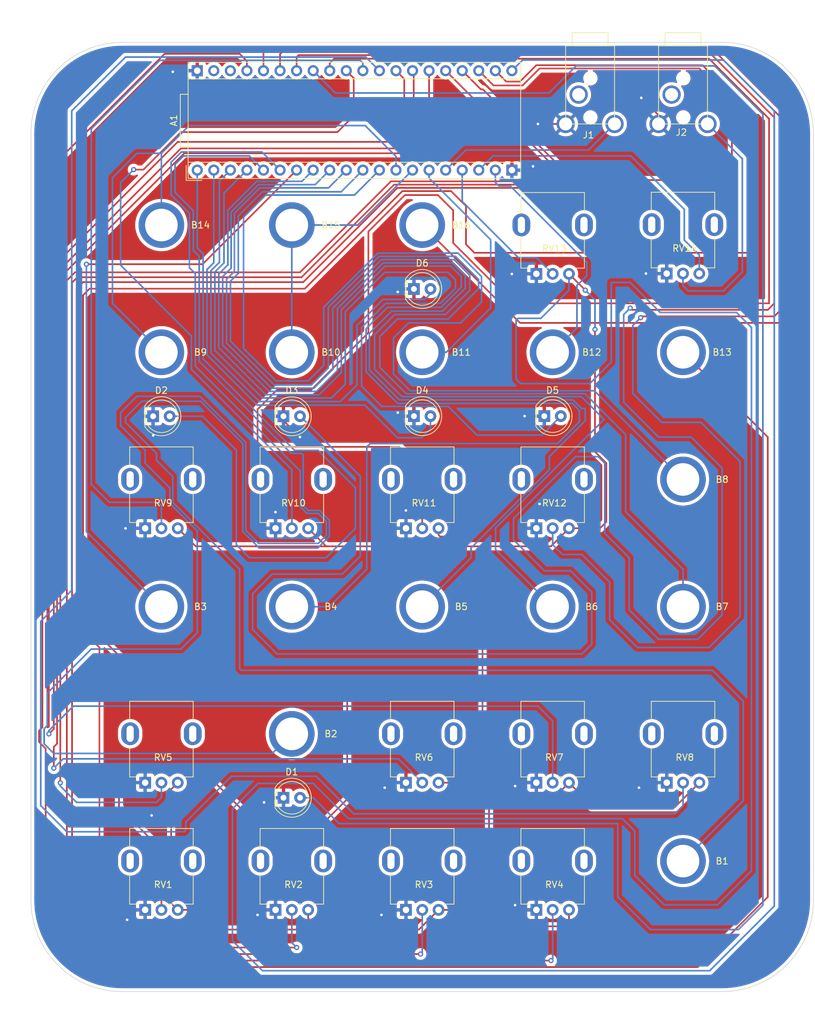
<source format=kicad_pcb>
(kicad_pcb (version 20211014) (generator pcbnew)
  (layers (0 "F.Cu" signal) (31 "B.Cu" signal) (34 "B.Paste" user) (35 "F.Paste" user) (36 "B.SilkS" user "B.Silkscreen") (37 "F.SilkS" user "F.Silkscreen") (38 "B.Mask" user) (39 "F.Mask" user) (44 "Edge.Cuts" user))
  (net 0 "")
  (net 3 "+3V3")
  (net 6 "Net-(RV14-Pad2)")
  (net 7 "GND")
  (net 8 "Net-(A1-Pad16)")
  (net 9 "Net-(A1-Pad18)")
  (net 10 "Net-(A1-Pad1)")
  (net 11 "Net-(A1-Pad2)")
  (net 12 "Net-(A1-Pad3)")
  (net 13 "Net-(A1-Pad4)")
  (net 14 "Net-(A1-Pad5)")
  (net 15 "Net-(A1-Pad6)")
  (net 16 "Net-(A1-Pad7)")
  (net 17 "Net-(A1-Pad15)")
  (net 18 "Net-(A1-Pad8)")
  (net 19 "Net-(A1-Pad22)")
  (net 20 "Net-(A1-Pad23)")
  (net 21 "Net-(A1-Pad24)")
  (net 22 "Net-(A1-Pad25)")
  (net 23 "Net-(A1-Pad26)")
  (net 24 "Net-(A1-Pad27)")
  (net 25 "Net-(A1-Pad28)")
  (net 26 "Net-(A1-Pad29)")
  (net 27 "Net-(A1-Pad9)")
  (net 28 "Net-(A1-Pad10)")
  (net 29 "Net-(A1-Pad11)")
  (net 30 "Net-(A1-Pad12)")
  (net 31 "Net-(A1-Pad34)")
  (net 32 "Net-(A1-Pad13)")
  (net 33 "Net-(A1-Pad14)")
  (net 34 "Net-(A1-Pad17)")
  (net 35 "Net-(A1-Pad19)")
  (net 36 "Net-(A1-Pad30)")
  (net 37 "Net-(A1-Pad31)")
  (net 38 "Net-(A1-Pad32)")
  (net 39 "Net-(A1-Pad33)")
  (net 40 "Net-(A1-Pad35)")
  (net 41 "Net-(A1-Pad36)")
  (net 42 "Net-(A1-Pad37)")
  (footprint "MyLibraryFootprints:MyPotType1Footprint" (layer "F.Cu") (at 123.99 67.9575 90)
    (fp_text reference "RV14")
    (fp_text value "R_Potentiometer")
  )
  (footprint "MyLibraryFootprints:MyPotType1Footprint" (layer "F.Cu") (at 104 68 90)
    (fp_text reference "RV13")
    (fp_text value "R_Potentiometer")
  )
  (footprint "MyLibraryFootprints:MyBananaJackFootprint" (layer "F.Cu") (at 64 68)
    (fp_text reference "B15")
    (fp_text value "MyBananaJack")
  )
  (footprint "LED_THT:LED_D5.0mm" (layer "F.Cu") (at 42.73 97.31)
    (fp_text reference "D2")
    (fp_text value "LED")
  )
  (footprint "MyLibraryFootprints:MyPotType1Footprint" (layer "F.Cu") (at 84 107 90)
    (fp_text reference "RV11")
    (fp_text value "R_Potentiometer")
  )
  (footprint "MyLibraryFootprints:MyBananaJackFootprint" (layer "F.Cu") (at 124 107)
    (fp_text reference "B8")
    (fp_text value "MyBananaJack")
  )
  (footprint "LED_THT:LED_D5.0mm" (layer "F.Cu") (at 82.735 77.8)
    (fp_text reference "D6")
    (fp_text value "LED")
  )
  (footprint "MyLibraryFootprints:MyBananaJackFootprint" (layer "F.Cu") (at 104 87.5)
    (fp_text reference "B12")
    (fp_text value "MyBananaJack")
  )
  (footprint "MyLibraryFootprints:MyPotType1Footprint" (layer "F.Cu") (at 104 165.5 90)
    (fp_text reference "RV4")
    (fp_text value "R_Potentiometer")
  )
  (footprint "LED_THT:LED_D5.0mm" (layer "F.Cu") (at 102.725 97.29)
    (fp_text reference "D5")
    (fp_text value "LED")
  )
  (footprint "MyLibraryFootprints:MyBananaJackFootprint" (layer "F.Cu") (at 64 146)
    (fp_text reference "B2")
    (fp_text value "MyBananaJack")
  )
  (footprint "Device_Audio_Electrosmith_Daisy_Seed:Device_Audio_Electrosmith_Daisy_Seed" (layer "F.Cu") (at 49.5 59.5775 90)
    (fp_text reference "A1")
    (fp_text value "Device_Audio_Electrosmith_Daisy_Seed_Rev4")
  )
  (footprint "MyLibraryFootprints:MyBananaJackFootprint" (layer "F.Cu") (at 104 126.5)
    (fp_text reference "B6")
    (fp_text value "MyBananaJack")
  )
  (footprint "MyLibraryFootprints:MyBananaJackFootprint" (layer "F.Cu") (at 124 126.5)
    (fp_text reference "B7")
    (fp_text value "MyBananaJack")
  )
  (footprint "MyLibraryFootprints:MyPotType1Footprint" (layer "F.Cu") (at 84 146 90)
    (fp_text reference "RV6")
    (fp_text value "R_Potentiometer")
  )
  (footprint "MyLibraryFootprints:MyPotType1Footprint" (layer "F.Cu") (at 44 146 90)
    (fp_text reference "RV5")
    (fp_text value "R_Potentiometer")
  )
  (footprint "MyLibraryFootprints:MyBananaJackFootprint" (layer "F.Cu") (at 44 126.5)
    (fp_text reference "B3")
    (fp_text value "MyBananaJack")
  )
  (footprint "MyLibraryFootprints:MyPotType1Footprint" (layer "F.Cu") (at 104 146 90)
    (fp_text reference "RV7")
    (fp_text value "R_Potentiometer")
  )
  (footprint "MyLibraryFootprints:MyBananaJackFootprint" (layer "F.Cu") (at 64 87.5)
    (fp_text reference "B10")
    (fp_text value "MyBananaJack")
  )
  (footprint "MyLibraryFootprints:MyPotType1Footprint" (layer "F.Cu") (at 44 165.5 90)
    (fp_text reference "RV1")
    (fp_text value "R_Potentiometer")
  )
  (footprint "MyLibraryFootprints:audioJackFootprint" (layer "F.Cu") (at 109.5 47.5)
    (fp_text reference "J1")
    (fp_text value "Audio In")
  )
  (footprint "LED_THT:LED_D5.0mm" (layer "F.Cu") (at 62.725 97.31)
    (fp_text reference "D3")
    (fp_text value "LED")
  )
  (footprint "LED_THT:LED_D5.0mm" (layer "F.Cu") (at 82.735 97.29)
    (fp_text reference "D4")
    (fp_text value "LED")
  )
  (footprint "MyLibraryFootprints:MyBananaJackFootprint" (layer "F.Cu") (at 84 126.5)
    (fp_text reference "B5")
    (fp_text value "MyBananaJack")
  )
  (footprint "MyLibraryFootprints:MyPotType1Footprint" (layer "F.Cu") (at 104 107 90)
    (fp_text reference "RV12")
    (fp_text value "R_Potentiometer")
  )
  (footprint "MyLibraryFootprints:MyPotType1Footprint" (layer "F.Cu") (at 124 146 90)
    (fp_text reference "RV8")
    (fp_text value "R_Potentiometer")
  )
  (footprint "MyLibraryFootprints:MyPotType1Footprint" (layer "F.Cu") (at 44 107 90)
    (fp_text reference "RV9")
    (fp_text value "R_Potentiometer")
  )
  (footprint "MyLibraryFootprints:MyBananaJackFootprint" (layer "F.Cu") (at 64 126.5)
    (fp_text reference "B4")
    (fp_text value "MyBananaJack")
  )
  (footprint "MyLibraryFootprints:MyBananaJackFootprint" (layer "F.Cu") (at 124 87.5)
    (fp_text reference "B13")
    (fp_text value "MyBananaJack")
  )
  (footprint "MyLibraryFootprints:audioJackFootprint" (layer "F.Cu") (at 123.75 47.5)
    (fp_text reference "J2")
    (fp_text value "Audio Out")
  )
  (footprint "MyLibraryFootprints:MyBananaJackFootprint" (layer "F.Cu") (at 44 68)
    (fp_text reference "B14")
    (fp_text value "MyBananaJack")
  )
  (footprint "MyLibraryFootprints:MyPotType1Footprint" (layer "F.Cu") (at 84 165.5 90)
    (fp_text reference "RV3")
    (fp_text value "R_Potentiometer")
  )
  (footprint "MyLibraryFootprints:MyBananaJackFootprint" (layer "F.Cu") (at 124 165.5)
    (fp_text reference "B1")
    (fp_text value "MyBananaJack")
  )
  (footprint "MyLibraryFootprints:MyBananaJackFootprint" (layer "F.Cu") (at 84 87.5)
    (fp_text reference "B11")
    (fp_text value "MyBananaJack")
  )
  (footprint "LED_THT:LED_D5.0mm" (layer "F.Cu") (at 64 155.79)
    (fp_text reference "D1")
    (fp_text value "LED")
  )
  (footprint "MyLibraryFootprints:MyPotType1Footprint" (layer "F.Cu") (at 64 165.5 90)
    (fp_text reference "RV2")
    (fp_text value "R_Potentiometer")
  )
  (footprint "MyLibraryFootprints:MyPotType1Footprint" (layer "F.Cu") (at 64 107 90)
    (fp_text reference "RV10")
    (fp_text value "R_Potentiometer")
  )
  (footprint "MyLibraryFootprints:MyBananaJackFootprint" (layer "F.Cu") (at 84 68)
    (fp_text reference "B16")
    (fp_text value "MyBananaJack")
  )
  (footprint "MyLibraryFootprints:MyBananaJackFootprint" (layer "F.Cu") (at 44 87.5)
    (fp_text reference "B9")
    (fp_text value "MyBananaJack")
  )
  (gr_line (start 144 166) (end 144 57) (layer "Edge.Cuts") (width 0.1))
  (gr_line (start 130 185.5) (end 38 185.5) (layer "Edge.Cuts") (width 0.1))
  (gr_arc (start 130 40) (mid 139.899495 44.100505) (end 144 54) (layer "Edge.Cuts") (width 0.1))
  (gr_line (start 144 171.5) (end 144 166) (layer "Edge.Cuts") (width 0.1))
  (gr_line (start 38 40) (end 130 40) (layer "Edge.Cuts") (width 0.1))
  (gr_line (start 144 57) (end 144 54) (layer "Edge.Cuts") (width 0.1))
  (gr_arc (start 24 54) (mid 28.100505 44.100505) (end 38 40) (layer "Edge.Cuts") (width 0.1))
  (gr_line (start 24 171.5) (end 24 54) (layer "Edge.Cuts") (width 0.1))
  (gr_arc (start 38 185.5) (mid 28.100505 181.399495) (end 24 171.5) (layer "Edge.Cuts") (width 0.1))
  (gr_arc (start 144 171.5) (mid 139.899495 181.399495) (end 130 185.5) (layer "Edge.Cuts") (width 0.1))
  (segment (start 49.28 117.25) (end 46.51 114.48) (width 0.25) (layer "F.Cu") (net 3))
  (segment (start 90.02 172.98) (end 86.51 172.98) (width 0.25) (layer "F.Cu") (net 3))
  (segment (start 89.5 117.25) (end 69.5 117.25) (width 0.25) (layer "F.Cu") (net 3))
  (segment (start 87.5 115.75) (end 86.75 115.75) (width 0.25) (layer "F.Cu") (net 3))
  (segment (start 93.25 149.25) (end 93.25 117.25) (width 0.25) (layer "F.Cu") (net 3))
  (segment (start 94.25 156.25) (end 94.25 166.25) (width 0.25) (layer "F.Cu") (net 3))
  (segment (start 110 156.97) (end 106.51 153.48) (width 0.25) (layer "F.Cu") (net 3))
  (segment (start 111.27 114.48) (end 106.51 114.48) (width 0.25) (layer "F.Cu") (net 3))
  (segment (start 68.25 176) (end 66.51 174.26) (width 0.25) (layer "F.Cu") (net 3))
  (segment (start 45.5 154.49) (end 46.51 153.48) (width 0.25) (layer "F.Cu") (net 3))
  (segment (start 106.51 174.99) (end 106 175.5) (width 0.25) (layer "F.Cu") (net 3))
  (segment (start 89.5 117.25) (end 89 117.25) (width 0.25) (layer "F.Cu") (net 3))
  (segment (start 66.51 174.26) (end 66.51 172.98) (width 0.25) (layer "F.Cu") (net 3))
  (segment (start 103.74 156.25) (end 106.51 153.48) (width 0.25) (layer "F.Cu") (net 3))
  (segment (start 103.75 117.25) (end 93.25 117.25) (width 0.25) (layer "F.Cu") (net 3))
  (segment (start 112.25 104.5) (end 112.25 113.5) (width 0.25) (layer "F.Cu") (net 3))
  (segment (start 110.5 84) (end 110.5 102.75) (width 0.25) (layer "F.Cu") (net 3))
  (segment (start 94.25 166.25) (end 94.25 168.75) (width 0.25) (layer "F.Cu") (net 3))
  (segment (start 68.75 176) (end 68.25 176) (width 0.25) (layer "F.Cu") (net 3))
  (segment (start 109.015 77.985) (end 106.51 75.48) (width 0.25) (layer "F.Cu") (net 3))
  (segment (start 52.5 176) (end 49.48 172.98) (width 0.25) (layer "F.Cu") (net 3))
  (segment (start 46.51 172.98) (end 45.5 171.97) (width 0.25) (layer "F.Cu") (net 3))
  (segment (start 86.51 172.98) (end 83.49 176) (width 0.25) (layer "F.Cu") (net 3))
  (segment (start 86.51 153.48) (end 89.02 153.48) (width 0.25) (layer "F.Cu") (net 3))
  (segment (start 91.79 156.25) (end 94.25 156.25) (width 0.25) (layer "F.Cu") (net 3))
  (segment (start 86.51 115.51) (end 86.51 114.48) (width 0.25) (layer "F.Cu") (net 3))
  (segment (start 69.28 117.25) (end 66.51 114.48) (width 0.25) (layer "F.Cu") (net 3))
  (segment (start 106 175.5) (end 96 175.5) (width 0.25) (layer "F.Cu") (net 3))
  (segment (start 49.48 172.98) (end 46.51 172.98) (width 0.25) (layer "F.Cu") (net 3))
  (segment (start 112.25 113.5) (end 111.27 114.48) (width 0.25) (layer "F.Cu") (net 3))
  (segment (start 103.75 117.24) (end 103.75 117.25) (width 0.25) (layer "F.Cu") (net 3))
  (segment (start 68.75 176) (end 52.5 176) (width 0.25) (layer "F.Cu") (net 3))
  (segment (start 86.75 115.75) (end 86.51 115.51) (width 0.25) (layer "F.Cu") (net 3))
  (segment (start 110.5 102.75) (end 112.25 104.5) (width 0.25) (layer "F.Cu") (net 3))
  (segment (start 94.25 173.75) (end 94.25 166.25) (width 0.25) (layer "F.Cu") (net 3))
  (segment (start 96 175.5) (end 94.25 173.75) (width 0.25) (layer "F.Cu") (net 3))
  (segment (start 89.02 153.48) (end 93.25 149.25) (width 0.25) (layer "F.Cu") (net 3))
  (segment (start 69.5 117.25) (end 49.28 117.25) (width 0.25) (layer "F.Cu") (net 3))
  (segment (start 106.51 114.48) (end 103.75 117.24) (width 0.25) (layer "F.Cu") (net 3))
  (segment (start 83.49 176) (end 68.75 176) (width 0.25) (layer "F.Cu") (net 3))
  (segment (start 110 157.25) (end 110 156.97) (width 0.25) (layer "F.Cu") (net 3))
  (segment (start 45.5 171.97) (end 45.5 154.49) (width 0.25) (layer "F.Cu") (net 3))
  (segment (start 106.51 172.98) (end 106.51 174.99) (width 0.25) (layer "F.Cu") (net 3))
  (segment (start 93.25 117.25) (end 89.5 117.25) (width 0.25) (layer "F.Cu") (net 3))
  (segment (start 126.51 153.48) (end 122.74 157.25) (width 0.25) (layer "F.Cu") (net 3))
  (segment (start 122.74 157.25) (end 110 157.25) (width 0.25) (layer "F.Cu") (net 3))
  (segment (start 94.25 156.25) (end 103.74 156.25) (width 0.25) (layer "F.Cu") (net 3))
  (segment (start 69.5 117.25) (end 69.28 117.25) (width 0.25) (layer "F.Cu") (net 3))
  (segment (start 89 117.25) (end 87.5 115.75) (width 0.25) (layer "F.Cu") (net 3))
  (segment (start 89.02 153.48) (end 91.79 156.25) (width 0.25) (layer "F.Cu") (net 3))
  (segment (start 94.25 168.75) (end 90.02 172.98) (width 0.25) (layer "F.Cu") (net 3))
  (via (at 110.5 84) (size 0.8) (drill 0.4) (layers "F.Cu" "B.Cu") (net 3))
  (via (at 109.015 77.985) (size 0.8) (drill 0.4) (layers "F.Cu" "B.Cu") (net 3))
  (segment (start 113 76.8) (end 115.9 76.8) (width 0.25) (layer "B.Cu") (net 3))
  (segment (start 134.5 83.7) (end 134.5 167) (width 0.25) (layer "B.Cu") (net 3))
  (segment (start 130.2 42.7) (end 99.3975 42.7) (width 0.25) (layer "B.Cu") (net 3))
  (segment (start 98.4 82.6) (end 98.4 91.6) (width 0.25) (layer "B.Cu") (net 3))
  (segment (start 132.2 81.4) (end 134.5 83.7) (width 0.25) (layer "B.Cu") (net 3))
  (segment (start 138 172.4) (end 138 50.5) (width 0.25) (layer "B.Cu") (net 3))
  (segment (start 106.51 75.48) (end 106.51 77.99) (width 0.25) (layer "B.Cu") (net 3))
  (segment (start 98.7 82.3) (end 98.4 82.6) (width 0.25) (layer "B.Cu") (net 3))
  (segment (start 54.9 177.7) (end 59.5 182.3) (width 0.25) (layer "B.Cu") (net 3))
  (segment (start 114.7 159) (end 72.7 159) (width 0.25) (layer "B.Cu") (net 3))
  (segment (start 109.015 77.985) (end 110.5 79.47) (width 0.25) (layer "B.Cu") (net 3))
  (segment (start 115.9 76.8) (end 120.5 81.4) (width 0.25) (layer "B.Cu") (net 3))
  (segment (start 128.1 182.3) (end 138 172.4) (width 0.25) (layer "B.Cu") (net 3))
  (segment (start 116.6 167.7) (end 116.6 160.9) (width 0.25) (layer "B.Cu") (net 3))
  (segment (start 129.3 172.2) (end 121.1 172.2) (width 0.25) (layer "B.Cu") (net 3))
  (segment (start 58.8 153.6) (end 54.9 157.5) (width 0.25) (layer "B.Cu") (net 3))
  (segment (start 102.2 82.3) (end 98.7 82.3) (width 0.25) (layer "B.Cu") (net 3))
  (segment (start 138 50.5) (end 130.2 42.7) (width 0.25) (layer "B.Cu") (net 3))
  (segment (start 54.9 157.5) (end 54.9 177.7) (width 0.25) (layer "B.Cu") (net 3))
  (segment (start 134.5 167) (end 129.3 172.2) (width 0.25) (layer "B.Cu") (net 3))
  (segment (start 113 89) (end 113 76.8) (width 0.25) (layer "B.Cu") (net 3))
  (segment (start 120.5 81.4) (end 132.2 81.4) (width 0.25) (layer "B.Cu") (net 3))
  (segment (start 99.1 92.3) (end 109.7 92.3) (width 0.25) (layer "B.Cu") (net 3))
  (segment (start 116.6 160.9) (end 114.7 159) (width 0.25) (layer "B.Cu") (net 3))
  (segment (start 110.5 79.47) (end 110.5 84) (width 0.25) (layer "B.Cu") (net 3))
  (segment (start 98.4 91.6) (end 99.1 92.3) (width 0.25) (layer "B.Cu") (net 3))
  (segment (start 99.3975 42.7) (end 97.76 44.3375) (width 0.25) (layer "B.Cu") (net 3))
  (segment (start 59.5 182.3) (end 128.1 182.3) (width 0.25) (layer "B.Cu") (net 3))
  (segment (start 106.51 77.99) (end 102.2 82.3) (width 0.25) (layer "B.Cu") (net 3))
  (segment (start 67.3 153.6) (end 58.8 153.6) (width 0.25) (layer "B.Cu") (net 3))
  (segment (start 72.7 159) (end 67.3 153.6) (width 0.25) (layer "B.Cu") (net 3))
  (segment (start 121.1 172.2) (end 116.6 167.7) (width 0.25) (layer "B.Cu") (net 3))
  (segment (start 109.7 92.3) (end 113 89) (width 0.25) (layer "B.Cu") (net 3))
  (segment (start 133.1 75.2) (end 133.1 57.85) (width 0.25) (layer "B.Cu") (net 6))
  (segment (start 124.8 78.1) (end 130.2 78.1) (width 0.25) (layer "B.Cu") (net 6))
  (segment (start 130.2 78.1) (end 133.1 75.2) (width 0.25) (layer "B.Cu") (net 6))
  (segment (start 124 75.4375) (end 124 77.3) (width 0.25) (layer "B.Cu") (net 6))
  (segment (start 124 77.3) (end 124.8 78.1) (width 0.25) (layer "B.Cu") (net 6))
  (segment (start 133.1 57.85) (end 127.75 52.5) (width 0.25) (layer "B.Cu") (net 6))
  (segment (start 62.725 97.975) (end 65.25 100.5) (width 0.25) (layer "F.Cu") (net 7))
  (segment (start 80.25 96.75) (end 80.79 97.29) (width 0.25) (layer "F.Cu") (net 7))
  (segment (start 120.25 52.5) (end 120.25 51.15) (width 0.25) (layer "F.Cu") (net 7))
  (segment (start 81.51 153.48) (end 79.02 153.48) (width 0.25) (layer "F.Cu") (net 7))
  (segment (start 121.5 75.4375) (end 118.3125 75.4375) (width 0.25) (layer "F.Cu") (net 7))
  (segment (start 61.51 114.48) (end 61.51 112.01) (width 0.25) (layer "F.Cu") (net 7))
  (segment (start 81.51 114.48) (end 81.51 111.76) (width 0.25) (layer "F.Cu") (net 7))
  (segment (start 61.51 172.98) (end 59.52 172.98) (width 0.25) (layer "F.Cu") (net 7))
  (segment (start 101.51 114.48) (end 101.51 111.24) (width 0.25) (layer "F.Cu") (net 7))
  (segment (start 80.25 78.25) (end 80.7 77.8) (width 0.25) (layer "F.Cu") (net 7))
  (segment (start 45.9125 44.3375) (end 49.5 44.3375) (width 0.25) (layer "F.Cu") (net 7))
  (segment (start 80.7 77.8) (end 82.735 77.8) (width 0.25) (layer "F.Cu") (net 7))
  (segment (start 38.52 114.48) (end 38.5 114.5) (width 0.25) (layer "F.Cu") (net 7))
  (segment (start 120.25 51.15) (end 117.6 48.5) (width 0.25) (layer "F.Cu") (net 7))
  (segment (start 62.73 155.789984) (end 60.460016 155.789984) (width 0.25) (layer "F.Cu") (net 7))
  (segment (start 59.52 172.98) (end 58.75 173.75) (width 0.25) (layer "F.Cu") (net 7))
  (segment (start 38.75 174.5) (end 40.27 172.98) (width 0.25) (layer "F.Cu") (net 7))
  (segment (start 101.51 111.24) (end 102 110.75) (width 0.25) (layer "F.Cu") (net 7))
  (segment (start 45.75 44.5) (end 45.9125 44.3375) (width 0.25) (layer "F.Cu") (net 7))
  (segment (start 101.51 172.98) (end 98.98 172.98) (width 0.25) (layer "F.Cu") (net 7))
  (segment (start 101.51 153.48) (end 98.77 153.48) (width 0.25) (layer "F.Cu") (net 7))
  (segment (start 117.25 154.25) (end 118.02 153.48) (width 0.25) (layer "F.Cu") (net 7))
  (segment (start 100.4225 59.5775) (end 101 59) (width 0.25) (layer "F.Cu") (net 7))
  (segment (start 77.75 173.75) (end 78.52 172.98) (width 0.25) (layer "F.Cu") (net 7))
  (segment (start 80.79 97.29) (end 82.735 97.29) (width 0.25) (layer "F.Cu") (net 7))
  (segment (start 42.73 100.23) (end 42.73 97.31) (width 0.25) (layer "F.Cu") (net 7))
  (segment (start 97.76 59.5775) (end 100.4225 59.5775) (width 0.25) (layer "F.Cu") (net 7))
  (segment (start 97.75 75.5) (end 97.77 75.48) (width 0.25) (layer "F.Cu") (net 7))
  (segment (start 41.51 153.48) (end 41.51 157.51) (width 0.25) (layer "F.Cu") (net 7))
  (segment (start 42.75 100.25) (end 42.73 100.23) (width 0.25) (layer "F.Cu") (net 7))
  (segment (start 79.02 153.48) (end 78.25 154.25) (width 0.25) (layer "F.Cu") (net 7))
  (segment (start 41.51 157.51) (end 42.5 158.5) (width 0.25) (layer "F.Cu") (net 7))
  (segment (start 61.51 112.01) (end 61.5 112) (width 0.25) (layer "F.Cu") (net 7))
  (segment (start 99.71 97.29) (end 102.725 97.29) (width 0.25) (layer "F.Cu") (net 7))
  (segment (start 98.77 153.48) (end 98.25 154) (width 0.25) (layer "F.Cu") (net 7))
  (segment (start 101.75 52.5) (end 106 52.5) (width 0.25) (layer "F.Cu") (net 7))
  (segment (start 60.460016 155.789984) (end 59.75 156.5) (width 0.25) (layer "F.Cu") (net 7))
  (segment (start 78.52 172.98) (end 81.51 172.98) (width 0.25) (layer "F.Cu") (net 7))
  (segment (start 40.27 172.98) (end 41.51 172.98) (width 0.25) (layer "F.Cu") (net 7))
  (segment (start 81.51 111.76) (end 81.5 111.75) (width 0.25) (layer "F.Cu") (net 7))
  (segment (start 97.77 75.48) (end 101.51 75.48) (width 0.25) (layer "F.Cu") (net 7))
  (segment (start 98.98 172.98) (end 98.25 172.25) (width 0.25) (layer "F.Cu") (net 7))
  (segment (start 118.02 153.48) (end 121.51 153.48) (width 0.25) (layer "F.Cu") (net 7))
  (segment (start 41.51 114.48) (end 38.52 114.48) (width 0.25) (layer "F.Cu") (net 7))
  (segment (start 62.725 97.31) (end 62.725 97.975) (width 0.25) (layer "F.Cu") (net 7))
  (via (at 117.6 48.5) (size 0.8) (drill 0.4) (layers "F.Cu" "B.Cu") (net 7))
  (via (at 78.25 154.25) (size 0.8) (drill 0.4) (layers "F.Cu" "B.Cu") (net 7))
  (via (at 42.75 100.25) (size 0.8) (drill 0.4) (layers "F.Cu" "B.Cu") (net 7))
  (via (at 118.3125 75.4375) (size 0.8) (drill 0.4) (layers "F.Cu" "B.Cu") (net 7))
  (via (at 38.5 114.5) (size 0.8) (drill 0.4) (layers "F.Cu" "B.Cu") (net 7))
  (via (at 117.25 154.25) (size 0.8) (drill 0.4) (layers "F.Cu" "B.Cu") (net 7))
  (via (at 99.71 97.29) (size 0.8) (drill 0.4) (layers "F.Cu" "B.Cu") (net 7))
  (via (at 58.75 173.75) (size 0.8) (drill 0.4) (layers "F.Cu" "B.Cu") (net 7))
  (via (at 59.75 156.5) (size 0.8) (drill 0.4) (layers "F.Cu" "B.Cu") (net 7))
  (via (at 102 110.75) (size 0.8) (drill 0.4) (layers "F.Cu" "B.Cu") (net 7))
  (via (at 98.25 172.25) (size 0.8) (drill 0.4) (layers "F.Cu" "B.Cu") (net 7))
  (via (at 45.75 44.5) (size 0.8) (drill 0.4) (layers "F.Cu" "B.Cu") (net 7))
  (via (at 80.25 78.25) (size 0.8) (drill 0.4) (layers "F.Cu" "B.Cu") (net 7))
  (via (at 42.5 158.5) (size 0.8) (drill 0.4) (layers "F.Cu" "B.Cu") (net 7))
  (via (at 65.25 100.5) (size 0.8) (drill 0.4) (layers "F.Cu" "B.Cu") (net 7))
  (via (at 77.75 173.75) (size 0.8) (drill 0.4) (layers "F.Cu" "B.Cu") (net 7))
  (via (at 80.25 96.75) (size 0.8) (drill 0.4) (layers "F.Cu" "B.Cu") (net 7))
  (via (at 61.5 112) (size 0.8) (drill 0.4) (layers "F.Cu" "B.Cu") (net 7))
  (via (at 38.75 174.5) (size 0.8) (drill 0.4) (layers "F.Cu" "B.Cu") (net 7))
  (via (at 101 59) (size 0.8) (drill 0.4) (layers "F.Cu" "B.Cu") (net 7))
  (via (at 97.75 75.5) (size 0.8) (drill 0.4) (layers "F.Cu" "B.Cu") (net 7))
  (via (at 81.5 111.75) (size 0.8) (drill 0.4) (layers "F.Cu" "B.Cu") (net 7))
  (via (at 101.75 52.5) (size 0.8) (drill 0.4) (layers "F.Cu" "B.Cu") (net 7))
  (via (at 98.25 154) (size 0.8) (drill 0.4) (layers "F.Cu" "B.Cu") (net 7))
  (segment (start 62.725 97.31) (end 62.725 97.975) (width 0.25) (layer "B.Cu") (net 7))
  (segment (start 113.5 52.5) (end 109.5 56.5) (width 0.25) (layer "B.Cu") (net 8))
  (segment (start 90.6775 56.5) (end 87.6 59.5775) (width 0.25) (layer "B.Cu") (net 8))
  (segment (start 109.5 56.5) (end 90.6775 56.5) (width 0.25) (layer "B.Cu") (net 8))
  (segment (start 116 57.4) (end 124.2 65.6) (width 0.25) (layer "B.Cu") (net 9))
  (segment (start 94.8575 57.4) (end 116 57.4) (width 0.25) (layer "B.Cu") (net 9))
  (segment (start 92.68 59.5775) (end 94.8575 57.4) (width 0.25) (layer "B.Cu") (net 9))
  (segment (start 124.2 65.6) (end 124.2 70.3) (width 0.25) (layer "B.Cu") (net 9))
  (segment (start 126.5 72.6) (end 126.5 75.4375) (width 0.25) (layer "B.Cu") (net 9))
  (segment (start 124.2 70.3) (end 126.5 72.6) (width 0.25) (layer "B.Cu") (net 9))
  (segment (start 55.5 102.5) (end 55.5 117) (width 0.25) (layer "B.Cu") (net 10))
  (segment (start 50.31 97.31) (end 55.5 102.5) (width 0.25) (layer "B.Cu") (net 10))
  (segment (start 49.5 71.5) (end 49.5 59.5775) (width 0.25) (layer "B.Cu") (net 10))
  (segment (start 57.5 119) (end 69.25 119) (width 0.25) (layer "B.Cu") (net 10))
  (segment (start 55.5 117) (end 57.5 119) (width 0.25) (layer "B.Cu") (net 10))
  (segment (start 64.45048 102.55048) (end 50.4 88.5) (width 0.25) (layer "B.Cu") (net 10))
  (segment (start 68.036615 102.55048) (end 64.45048 102.55048) (width 0.25) (layer "B.Cu") (net 10))
  (segment (start 50.4 88.5) (end 50.4 72.4) (width 0.25) (layer "B.Cu") (net 10))
  (segment (start 73.75 114.5) (end 73.75 108.263865) (width 0.25) (layer "B.Cu") (net 10))
  (segment (start 45.27 97.31) (end 50.31 97.31) (width 0.25) (layer "B.Cu") (net 10))
  (segment (start 50.4 72.4) (end 49.5 71.5) (width 0.25) (layer "B.Cu") (net 10))
  (segment (start 69.25 119) (end 73.75 114.5) (width 0.25) (layer "B.Cu") (net 10))
  (segment (start 73.75 108.263865) (end 68.036615 102.55048) (width 0.25) (layer "B.Cu") (net 10))
  (segment (start 51 87.9) (end 58.7 95.6) (width 0.25) (layer "B.Cu") (net 11))
  (segment (start 75.2 95.6) (end 80.2 100.6) (width 0.25) (layer "B.Cu") (net 11))
  (segment (start 51 74.808565) (end 51 87.9) (width 0.25) (layer "B.Cu") (net 11))
  (segment (start 83.9 100.6) (end 85.275 99.225) (width 0.25) (layer "B.Cu") (net 11))
  (segment (start 52.04 59.5775) (end 52.04 73.768565) (width 0.25) (layer "B.Cu") (net 11))
  (segment (start 58.7 95.6) (end 75.2 95.6) (width 0.25) (layer "B.Cu") (net 11))
  (segment (start 80.2 100.6) (end 83.9 100.6) (width 0.25) (layer "B.Cu") (net 11))
  (segment (start 85.275 99.225) (end 85.275 97.29) (width 0.25) (layer "B.Cu") (net 11))
  (segment (start 52.04 73.768565) (end 51 74.808565) (width 0.25) (layer "B.Cu") (net 11))
  (segment (start 54.58 59.5775) (end 52.9 61.2575) (width 0.25) (layer "B.Cu") (net 12))
  (segment (start 84.4 79.4) (end 85.275 78.525) (width 0.25) (layer "B.Cu") (net 12))
  (segment (start 74 92.5) (end 74 83.4) (width 0.25) (layer "B.Cu") (net 12))
  (segment (start 85.275 78.525) (end 85.275 77.8) (width 0.25) (layer "B.Cu") (net 12))
  (segment (start 52.9 61.2575) (end 52.9 73.7) (width 0.25) (layer "B.Cu") (net 12))
  (segment (start 71.44952 95.05048) (end 74 92.5) (width 0.25) (layer "B.Cu") (net 12))
  (segment (start 51.6 87.6) (end 59.05048 95.05048) (width 0.25) (layer "B.Cu") (net 12))
  (segment (start 52.9 73.7) (end 51.6 75) (width 0.25) (layer "B.Cu") (net 12))
  (segment (start 74 83.4) (end 78 79.4) (width 0.25) (layer "B.Cu") (net 12))
  (segment (start 59.05048 95.05048) (end 71.44952 95.05048) (width 0.25) (layer "B.Cu") (net 12))
  (segment (start 78 79.4) (end 84.4 79.4) (width 0.25) (layer "B.Cu") (net 12))
  (segment (start 51.6 75) (end 51.6 87.6) (width 0.25) (layer "B.Cu") (net 12))
  (segment (start 59.5 94.5) (end 70.1 94.5) (width 0.25) (layer "B.Cu") (net 13))
  (segment (start 74.7 83.7) (end 74.7 92.7) (width 0.25) (layer "B.Cu") (net 13))
  (segment (start 87.95 75.25) (end 89.1 76.4) (width 0.25) (layer "B.Cu") (net 13))
  (segment (start 72.2 81.3) (end 78.25 75.25) (width 0.25) (layer "B.Cu") (net 13))
  (segment (start 52.2 87.2) (end 59.5 94.5) (width 0.25) (layer "B.Cu") (net 13))
  (segment (start 88 95.8) (end 92.4 100.2) (width 0.25) (layer "B.Cu") (net 13))
  (segment (start 70.1 94.5) (end 72.2 92.4) (width 0.25) (layer "B.Cu") (net 13))
  (segment (start 53.6 73.8) (end 52.2 75.2) (width 0.25) (layer "B.Cu") (net 13))
  (segment (start 57.12 59.5775) (end 53.6 63.0975) (width 0.25) (layer "B.Cu") (net 13))
  (segment (start 78.4 80) (end 74.7 83.7) (width 0.25) (layer "B.Cu") (net 13))
  (segment (start 92.4 100.2) (end 102.355 100.2) (width 0.25) (layer "B.Cu") (net 13))
  (segment (start 77.8 95.8) (end 88 95.8) (width 0.25) (layer "B.Cu") (net 13))
  (segment (start 89.1 76.4) (end 89.1 77.7) (width 0.25) (layer "B.Cu") (net 13))
  (segment (start 53.6 63.0975) (end 53.6 73.8) (width 0.25) (layer "B.Cu") (net 13))
  (segment (start 72.2 92.4) (end 72.2 81.3) (width 0.25) (layer "B.Cu") (net 13))
  (segment (start 89.1 77.7) (end 86.8 80) (width 0.25) (layer "B.Cu") (net 13))
  (segment (start 102.355 100.2) (end 105.265 97.29) (width 0.25) (layer "B.Cu") (net 13))
  (segment (start 86.8 80) (end 78.4 80) (width 0.25) (layer "B.Cu") (net 13))
  (segment (start 78.25 75.25) (end 87.95 75.25) (width 0.25) (layer "B.Cu") (net 13))
  (segment (start 52.2 75.2) (end 52.2 87.2) (width 0.25) (layer "B.Cu") (net 13))
  (segment (start 74.7 92.7) (end 77.8 95.8) (width 0.25) (layer "B.Cu") (net 13))
  (segment (start 69.75 113.25) (end 69.75 115.75) (width 0.25) (layer "B.Cu") (net 14))
  (segment (start 68.25 111.75) (end 69.75 113.25) (width 0.25) (layer "B.Cu") (net 14))
  (segment (start 128.5 136.25) (end 133.25 141) (width 0.25) (layer "B.Cu") (net 14))
  (segment (start 57.4825 57.4) (end 47.4 57.4) (width 0.25) (layer "B.Cu") (net 14))
  (segment (start 49.8 72.8) (end 49.8 88.9) (width 0.25) (layer "B.Cu") (net 14))
  (segment (start 38.5 97.5) (end 38.5 98.25) (width 0.25) (layer "B.Cu") (net 14))
  (segment (start 43.25 104.062271) (end 45.75 106.562271) (width 0.25) (layer "B.Cu") (net 14))
  (segment (start 56.5 115) (end 56.5 101.5) (width 0.25) (layer "B.Cu") (net 14))
  (segment (start 68 117.5) (end 59 117.5) (width 0.25) (layer "B.Cu") (net 14))
  (segment (start 56.25 136.25) (end 128.5 136.25) (width 0.25) (layer "B.Cu") (net 14))
  (segment (start 66.5 111.75) (end 68.25 111.75) (width 0.25) (layer "B.Cu") (net 14))
  (segment (start 65.5 103) (end 65.75 103.25) (width 0.25) (layer "B.Cu") (net 14))
  (segment (start 45.75 106.562271) (end 45.75 110.5) (width 0.25) (layer "B.Cu") (net 14))
  (segment (start 50 95) (end 41 95) (width 0.25) (layer "B.Cu") (net 14))
  (segment (start 63.9 103) (end 65.5 103) (width 0.25) (layer "B.Cu") (net 14))
  (segment (start 56 120.75) (end 56 136) (width 0.25) (layer "B.Cu") (net 14))
  (segment (start 38.5 98.25) (end 43.25 103) (width 0.25) (layer "B.Cu") (net 14))
  (segment (start 41 95) (end 38.5 97.5) (width 0.25) (layer "B.Cu") (net 14))
  (segment (start 56 136) (end 56.25 136.25) (width 0.25) (layer "B.Cu") (net 14))
  (segment (start 45.75 110.5) (end 56 120.75) (width 0.25) (layer "B.Cu") (net 14))
  (segment (start 65.75 111) (end 66.5 111.75) (width 0.25) (layer "B.Cu") (net 14))
  (segment (start 65.75 103.25) (end 65.75 111) (width 0.25) (layer "B.Cu") (net 14))
  (segment (start 46.1 63) (end 48.9 65.8) (width 0.25) (layer "B.Cu") (net 14))
  (segment (start 59 117.5) (end 56.5 115) (width 0.25) (layer "B.Cu") (net 14))
  (segment (start 59.66 59.5775) (end 57.4825 57.4) (width 0.25) (layer "B.Cu") (net 14))
  (segment (start 49.8 88.9) (end 63.9 103) (width 0.25) (layer "B.Cu") (net 14))
  (segment (start 47.4 57.4) (end 46.1 58.7) (width 0.25) (layer "B.Cu") (net 14))
  (segment (start 56.5 101.5) (end 50 95) (width 0.25) (layer "B.Cu") (net 14))
  (segment (start 69.75 115.75) (end 68 117.5) (width 0.25) (layer "B.Cu") (net 14))
  (segment (start 133.25 141) (end 133.25 156.25) (width 0.25) (layer "B.Cu") (net 14))
  (segment (start 133.25 156.25) (end 124 165.5) (width 0.25) (layer "B.Cu") (net 14))
  (segment (start 48.9 71.9) (end 49.8 72.8) (width 0.25) (layer "B.Cu") (net 14))
  (segment (start 46.1 58.7) (end 46.1 63) (width 0.25) (layer "B.Cu") (net 14))
  (segment (start 43.25 103) (end 43.25 104.062271) (width 0.25) (layer "B.Cu") (net 14))
  (segment (start 48.9 65.8) (end 48.9 71.9) (width 0.25) (layer "B.Cu") (net 14))
  (segment (start 58.942859 116.807141) (end 56.94952 114.813802) (width 0.25) (layer "B.Cu") (net 15))
  (segment (start 45.5 63.385717) (end 48.30048 66.186198) (width 0.25) (layer "B.Cu") (net 15))
  (segment (start 61 149) (end 64 146) (width 0.25) (layer "B.Cu") (net 15))
  (segment (start 49.885718 94.25) (end 40.25 94.25) (width 0.25) (layer "B.Cu") (net 15))
  (segment (start 56.94952 101.313803) (end 49.885718 94.25) (width 0.25) (layer "B.Cu") (net 15))
  (segment (start 37.75 96.75) (end 37.75 98.75) (width 0.25) (layer "B.Cu") (net 15))
  (segment (start 65.30048 105.70048) (end 65.30048 111.186198) (width 0.25) (layer "B.Cu") (net 15))
  (segment (start 37.75 98.75) (end 41.5 102.5) (width 0.25) (layer "B.Cu") (net 15))
  (segment (start 49.2 89.6) (end 65.30048 105.70048) (width 0.25) (layer "B.Cu") (net 15))
  (segment (start 49.5 130.5) (end 47 133) (width 0.25) (layer "B.Cu") (net 15))
  (segment (start 26.025489 147.525489) (end 27.5 149) (width 0.25) (layer "B.Cu") (net 15))
  (segment (start 26.5 144.725386) (end 26.025489 145.199897) (width 0.25) (layer "B.Cu") (net 15))
  (segment (start 41.5 102.5) (end 41.5 104.5) (width 0.25) (layer "B.Cu") (net 15))
  (segment (start 65.30048 111.186198) (end 66.313803 112.19952) (width 0.25) (layer "B.Cu") (net 15))
  (segment (start 40.25 94.25) (end 37.75 96.75) (width 0.25) (layer "B.Cu") (net 15))
  (segment (start 59.42298 56.80048) (end 47.063803 56.80048) (width 0.25) (layer "B.Cu") (net 15))
  (segment (start 27.5 149) (end 61 149) (width 0.25) (layer "B.Cu") (net 15))
  (segment (start 69.30048 115.563802) (end 68.057141 116.807141) (width 0.25) (layer "B.Cu") (net 15))
  (segment (start 69.30048 113.436198) (end 69.30048 115.563802) (width 0.25) (layer "B.Cu") (net 15))
  (segment (start 48.30048 66.186198) (end 48.30048 74.55048) (width 0.25) (layer "B.Cu") (net 15))
  (segment (start 62.2 59.5775) (end 59.42298 56.80048) (width 0.25) (layer "B.Cu") (net 15))
  (segment (start 68.063802 112.19952) (end 69.30048 113.436198) (width 0.25) (layer "B.Cu") (net 15))
  (segment (start 68.057141 116.807141) (end 58.942859 116.807141) (width 0.25) (layer "B.Cu") (net 15))
  (segment (start 47 133) (end 33.25 133) (width 0.25) (layer "B.Cu") (net 15))
  (segment (start 49.5 114.885718) (end 49.5 130.5) (width 0.25) (layer "B.Cu") (net 15))
  (segment (start 45.30048 110.686198) (end 49.5 114.885718) (width 0.25) (layer "B.Cu") (net 15))
  (segment (start 26.5 139.75) (end 26.5 144.725386) (width 0.25) (layer "B.Cu") (net 15))
  (segment (start 45.5 58.364283) (end 45.5 63.385717) (width 0.25) (layer "B.Cu") (net 15))
  (segment (start 56.94952 114.813802) (end 56.94952 101.313803) (width 0.25) (layer "B.Cu") (net 15))
  (segment (start 48.30048 74.55048) (end 49.2 75.45) (width 0.25) (layer "B.Cu") (net 15))
  (segment (start 47.063803 56.80048) (end 45.5 58.364283) (width 0.25) (layer "B.Cu") (net 15))
  (segment (start 49.2 75.45) (end 49.2 89.6) (width 0.25) (layer "B.Cu") (net 15))
  (segment (start 41.5 104.5) (end 45.30048 108.30048) (width 0.25) (layer "B.Cu") (net 15))
  (segment (start 45.30048 108.30048) (end 45.30048 110.686198) (width 0.25) (layer "B.Cu") (net 15))
  (segment (start 26.025489 145.199897) (end 26.025489 147.525489) (width 0.25) (layer "B.Cu") (net 15))
  (segment (start 66.313803 112.19952) (end 68.063802 112.19952) (width 0.25) (layer "B.Cu") (net 15))
  (segment (start 33.25 133) (end 26.5 139.75) (width 0.25) (layer "B.Cu") (net 15))
  (segment (start 50.3175 74) (end 32.5 74) (width 0.25) (layer "F.Cu") (net 16))
  (segment (start 64.74 59.5775) (end 50.3175 74) (width 0.25) (layer "F.Cu") (net 16))
  (via (at 32.5 74) (size 0.8) (drill 0.4) (layers "F.Cu" "B.Cu") (net 16))
  (segment (start 32.5 115) (end 44 126.5) (width 0.25) (layer "B.Cu") (net 16))
  (segment (start 32.5 74) (end 32.5 115) (width 0.25) (layer "B.Cu") (net 16))
  (segment (start 94.5 80.7) (end 87.7 87.5) (width 0.25) (layer "B.Cu") (net 17))
  (segment (start 85.06 60.81) (end 94.5 70.25) (width 0.25) (layer "B.Cu") (net 17))
  (segment (start 85.06 59.5775) (end 85.06 60.81) (width 0.25) (layer "B.Cu") (net 17))
  (segment (start 94.5 70.25) (end 94.5 80.7) (width 0.25) (layer "B.Cu") (net 17))
  (segment (start 87.7 87.5) (end 84 87.5) (width 0.25) (layer "B.Cu") (net 17))
  (segment (start 80.25 95.35) (end 75.4 90.5) (width 0.25) (layer "B.Cu") (net 18))
  (segment (start 69.75 126.5) (end 75.5 120.75) (width 0.25) (layer "B.Cu") (net 18))
  (segment (start 88.4 74.3) (end 78.3 74.3) (width 0.25) (layer "B.Cu") (net 18))
  (segment (start 75.4 83.9) (end 78.7 80.6) (width 0.25) (layer "B.Cu") (net 18))
  (segment (start 75.4 90.5) (end 75.4 83.9) (width 0.25) (layer "B.Cu") (net 18))
  (segment (start 75.5 120.75) (end 75.5 102) (width 0.25) (layer "B.Cu") (net 18))
  (segment (start 78.3 74.3) (end 71.6 81) (width 0.25) (layer "B.Cu") (net 18))
  (segment (start 64 126.5) (end 69.75 126.5) (width 0.25) (layer "B.Cu") (net 18))
  (segment (start 60 94) (end 52.8 86.8) (width 0.25) (layer "B.Cu") (net 18))
  (segment (start 108.1 96.4) (end 107.05 95.35) (width 0.25) (layer "B.Cu") (net 18))
  (segment (start 54.2 65.7) (end 58.6 61.3) (width 0.25) (layer "B.Cu") (net 18))
  (segment (start 76 101.5) (end 104.75 101.5) (width 0.25) (layer "B.Cu") (net 18))
  (segment (start 68.2 94) (end 60 94) (width 0.25) (layer "B.Cu") (net 18))
  (segment (start 52.8 86.8) (end 52.8 75.5) (width 0.25) (layer "B.Cu") (net 18))
  (segment (start 78.7 80.6) (end 86.9 80.6) (width 0.25) (layer "B.Cu") (net 18))
  (segment (start 90 75.9) (end 88.4 74.3) (width 0.25) (layer "B.Cu") (net 18))
  (segment (start 54.2 74.1) (end 54.2 65.7) (width 0.25) (layer "B.Cu") (net 18))
  (segment (start 65.5575 61.3) (end 67.28 59.5775) (width 0.25) (layer "B.Cu") (net 18))
  (segment (start 52.8 75.5) (end 54.2 74.1) (width 0.25) (layer "B.Cu") (net 18))
  (segment (start 58.6 61.3) (end 65.5575 61.3) (width 0.25) (layer "B.Cu") (net 18))
  (segment (start 104.75 101.5) (end 108.1 98.15) (width 0.25) (layer "B.Cu") (net 18))
  (segment (start 107.05 95.35) (end 80.25 95.35) (width 0.25) (layer "B.Cu") (net 18))
  (segment (start 75.5 102) (end 76 101.5) (width 0.25) (layer "B.Cu") (net 18))
  (segment (start 108.1 98.15) (end 108.1 96.4) (width 0.25) (layer "B.Cu") (net 18))
  (segment (start 90 77.5) (end 90 75.9) (width 0.25) (layer "B.Cu") (net 18))
  (segment (start 71.6 81) (end 71.6 90.6) (width 0.25) (layer "B.Cu") (net 18))
  (segment (start 86.9 80.6) (end 90 77.5) (width 0.25) (layer "B.Cu") (net 18))
  (segment (start 71.6 90.6) (end 68.2 94) (width 0.25) (layer "B.Cu") (net 18))
  (segment (start 44 163.75) (end 44 167) (width 0.25) (layer "F.Cu") (net 19))
  (segment (start 88.435718 62.8) (end 80.95 62.8) (width 0.25) (layer "F.Cu") (net 19))
  (segment (start 59.75 161) (end 50.25 151.5) (width 0.25) (layer "F.Cu") (net 19))
  (segment (start 99 46) (end 101.5 43.5) (width 0.25) (layer "F.Cu") (net 19))
  (segment (start 127 43.5) (end 134.75 51.25) (width 0.25) (layer "F.Cu") (net 19))
  (segment (start 72.5 156) (end 67.5 161) (width 0.25) (layer "F.Cu") (net 19))
  (segment (start 33 77.75) (end 32 78.75) (width 0.25) (layer "F.Cu") (net 19))
  (segment (start 32 128.5) (end 43.75 140.25) (width 0.25) (layer "F.Cu") (net 19))
  (segment (start 44.01 167.01) (end 44.01 172.98) (width 0.25) (layer "F.Cu") (net 19))
  (segment (start 90.716899 65.081181) (end 88.435718 62.8) (width 0.25) (layer "F.Cu") (net 19))
  (segment (start 95.22 44.3375) (end 96.8825 46) (width 0.25) (layer "F.Cu") (net 19))
  (segment (start 43.75 140.25) (end 72.5 140.25) (width 0.25) (layer "F.Cu") (net 19))
  (segment (start 66 77.75) (end 33 77.75) (width 0.25) (layer "F.Cu") (net 19))
  (segment (start 50.25 151.5) (end 39.75 151.5) (width 0.25) (layer "F.Cu") (net 19))
  (segment (start 67.5 161) (end 59.75 161) (width 0.25) (layer "F.Cu") (net 19))
  (segment (start 37.5 157.25) (end 44 163.75) (width 0.25) (layer "F.Cu") (net 19))
  (segment (start 39.75 151.5) (end 37.5 153.75) (width 0.25) (layer "F.Cu") (net 19))
  (segment (start 90.716899 70.966899) (end 90.716899 65.081181) (width 0.25) (layer "F.Cu") (net 19))
  (segment (start 92 72.25) (end 90.716899 70.966899) (width 0.25) (layer "F.Cu") (net 19))
  (segment (start 72.5 140.25) (end 72.5 156) (width 0.25) (layer "F.Cu") (net 19))
  (segment (start 134.75 51.25) (end 134.75 72.25) (width 0.25) (layer "F.Cu") (net 19))
  (segment (start 32 78.75) (end 32 128.5) (width 0.25) (layer "F.Cu") (net 19))
  (segment (start 37.5 153.75) (end 37.5 157.25) (width 0.25) (layer "F.Cu") (net 19))
  (segment (start 44 167) (end 44.01 167.01) (width 0.25) (layer "F.Cu") (net 19))
  (segment (start 96.8825 46) (end 99 46) (width 0.25) (layer "F.Cu") (net 19))
  (segment (start 80.95 62.8) (end 66 77.75) (width 0.25) (layer "F.Cu") (net 19))
  (segment (start 101.5 43.5) (end 127 43.5) (width 0.25) (layer "F.Cu") (net 19))
  (segment (start 134.75 72.25) (end 92 72.25) (width 0.25) (layer "F.Cu") (net 19))
  (segment (start 80.2 62.3) (end 101.95 62.3) (width 0.25) (layer "F.Cu") (net 20))
  (segment (start 31 77.75) (end 32 76.75) (width 0.25) (layer "F.Cu") (net 20))
  (segment (start 99.4 46.6) (end 94.9425 46.6) (width 0.25) (layer "F.Cu") (net 20))
  (segment (start 126.5 44) (end 102 44) (width 0.25) (layer "F.Cu") (net 20))
  (segment (start 94.9425 46.6) (end 92.68 44.3375) (width 0.25) (layer "F.Cu") (net 20))
  (segment (start 40 178.75) (end 34.5 173.25) (width 0.25) (layer "F.Cu") (net 20))
  (segment (start 103.14904 61.10096) (end 131.5 61.10096) (width 0.25) (layer "F.Cu") (net 20))
  (segment (start 31 129.25) (end 31 77.75) (width 0.25) (layer "F.Cu") (net 20))
  (segment (start 64.75 178.75) (end 40 178.75) (width 0.25) (layer "F.Cu") (net 20))
  (segment (start 34.5 173.25) (end 34.5 132.75) (width 0.25) (layer "F.Cu") (net 20))
  (segment (start 131.5 49) (end 126.5 44) (width 0.25) (layer "F.Cu") (net 20))
  (segment (start 102 44) (end 99.4 46.6) (width 0.25) (layer "F.Cu") (net 20))
  (segment (start 131.5 61.10096) (end 131.5 49) (width 0.25) (layer "F.Cu") (net 20))
  (segment (start 32 76.75) (end 65.75 76.75) (width 0.25) (layer "F.Cu") (net 20))
  (segment (start 101.95 62.3) (end 103.14904 61.10096) (width 0.25) (layer "F.Cu") (net 20))
  (segment (start 65.75 76.75) (end 80.2 62.3) (width 0.25) (layer "F.Cu") (net 20))
  (segment (start 34.5 132.75) (end 31 129.25) (width 0.25) (layer "F.Cu") (net 20))
  (via (at 64.75 178.75) (size 0.8) (drill 0.4) (layers "F.Cu" "B.Cu") (net 20))
  (segment (start 64.01 178.01) (end 64.01 172.98) (width 0.25) (layer "B.Cu") (net 20))
  (segment (start 64.75 178.75) (end 64.01 178.01) (width 0.25) (layer "B.Cu") (net 20))
  (segment (start 31.114283 76) (end 65.5 76) (width 0.25) (layer "F.Cu") (net 21))
  (segment (start 30.30048 76.813803) (end 31.114283 76) (width 0.25) (layer "F.Cu") (net 21))
  (segment (start 39.25 179.75) (end 30.30048 170.80048) (width 0.25) (layer "F.Cu") (net 21))
  (segment (start 30.30048 170.80048) (end 30.30048 76.813803) (width 0.25) (layer "F.Cu") (net 21))
  (segment (start 83.75 179.75) (end 39.25 179.75) (width 0.25) (layer "F.Cu") (net 21))
  (segment (start 93.3 47.2) (end 93.0025 47.2) (width 0.25) (layer "F.Cu") (net 21))
  (segment (start 101.45 61.8) (end 104.675 58.575) (width 0.25) (layer "F.Cu") (net 21))
  (segment (start 93.0025 47.2) (end 90.14 44.3375) (width 0.25) (layer "F.Cu") (net 21))
  (segment (start 104.675 58.575) (end 93.3 47.2) (width 0.25) (layer "F.Cu") (net 21))
  (segment (start 79.7 61.8) (end 101.45 61.8) (width 0.25) (layer "F.Cu") (net 21))
  (segment (start 65.5 76) (end 79.7 61.8) (width 0.25) (layer "F.Cu") (net 21))
  (via (at 83.75 179.75) (size 0.8) (drill 0.4) (layers "F.Cu" "B.Cu") (net 21))
  (segment (start 84.01 179.49) (end 84.01 172.98) (width 0.25) (layer "B.Cu") (net 21))
  (segment (start 83.75 179.75) (end 84.01 179.49) (width 0.25) (layer "B.Cu") (net 21))
  (segment (start 29.5 76.5) (end 29.5 171.5) (width 0.25) (layer "F.Cu") (net 22))
  (segment (start 93.7 48.5) (end 103.85 58.65) (width 0.25) (layer "F.Cu") (net 22))
  (segment (start 101.2 61.3) (end 79.2 61.3) (width 0.25) (layer "F.Cu") (net 22))
  (segment (start 65.25 75.25) (end 30.75 75.25) (width 0.25) (layer "F.Cu") (net 22))
  (segment (start 91.7625 48.5) (end 93.7 48.5) (width 0.25) (layer "F.Cu") (net 22))
  (segment (start 30.75 75.25) (end 29.5 76.5) (width 0.25) (layer "F.Cu") (net 22))
  (segment (start 103.85 58.65) (end 101.2 61.3) (width 0.25) (layer "F.Cu") (net 22))
  (segment (start 38.75 180.75) (end 103.75 180.75) (width 0.25) (layer "F.Cu") (net 22))
  (segment (start 87.6 44.3375) (end 91.7625 48.5) (width 0.25) (layer "F.Cu") (net 22))
  (segment (start 79.2 61.3) (end 65.25 75.25) (width 0.25) (layer "F.Cu") (net 22))
  (segment (start 29.5 171.5) (end 38.75 180.75) (width 0.25) (layer "F.Cu") (net 22))
  (via (at 103.75 180.75) (size 0.8) (drill 0.4) (layers "F.Cu" "B.Cu") (net 22))
  (segment (start 103.75 180.75) (end 104.01 180.49) (width 0.25) (layer "B.Cu") (net 22))
  (segment (start 104.01 180.49) (end 104.01 172.98) (width 0.25) (layer "B.Cu") (net 22))
  (segment (start 85.06 54.64) (end 82.7 57) (width 0.25) (layer "F.Cu") (net 23))
  (segment (start 82.7 57) (end 47.5 57) (width 0.25) (layer "F.Cu") (net 23))
  (segment (start 47.5 57) (end 28.5 76) (width 0.25) (layer "F.Cu") (net 23))
  (segment (start 28.5 76) (end 28.5 153.5) (width 0.25) (layer "F.Cu") (net 23))
  (segment (start 85.06 44.3375) (end 85.06 54.64) (width 0.25) (layer "F.Cu") (net 23))
  (via (at 28.5 153.5) (size 0.8) (drill 0.4) (layers "F.Cu" "B.Cu") (net 23))
  (segment (start 43.25 156.5) (end 44.01 155.74) (width 0.25) (layer "B.Cu") (net 23))
  (segment (start 28.5 153.5) (end 28.5 154) (width 0.25) (layer "B.Cu") (net 23))
  (segment (start 28.5 154) (end 31 156.5) (width 0.25) (layer "B.Cu") (net 23))
  (segment (start 44.01 155.74) (end 44.01 153.48) (width 0.25) (layer "B.Cu") (net 23))
  (segment (start 31 156.5) (end 43.25 156.5) (width 0.25) (layer "B.Cu") (net 23))
  (segment (start 28 75.25) (end 47 56.25) (width 0.25) (layer "F.Cu") (net 24))
  (segment (start 28 147.5) (end 28 75.25) (width 0.25) (layer "F.Cu") (net 24))
  (segment (start 27.5 148) (end 28 147.5) (width 0.25) (layer "F.Cu") (net 24))
  (segment (start 80.886396 56.25) (end 82.7 54.436396) (width 0.25) (layer "F.Cu") (net 24))
  (segment (start 47 56.25) (end 80.886396 56.25) (width 0.25) (layer "F.Cu") (net 24))
  (segment (start 27.5 151.25) (end 27.5 148) (width 0.25) (layer "F.Cu") (net 24))
  (segment (start 82.7 44.5175) (end 82.52 44.3375) (width 0.25) (layer "F.Cu") (net 24))
  (segment (start 82.7 54.436396) (end 82.7 44.5175) (width 0.25) (layer "F.Cu") (net 24))
  (via (at 27.5 151.25) (size 0.8) (drill 0.4) (layers "F.Cu" "B.Cu") (net 24))
  (segment (start 28.925489 149.824511) (end 80.354511 149.824511) (width 0.25) (layer "B.Cu") (net 24))
  (segment (start 27.5 151.25) (end 28.925489 149.824511) (width 0.25) (layer "B.Cu") (net 24))
  (segment (start 80.354511 149.824511) (end 84.01 153.48) (width 0.25) (layer "B.Cu") (net 24))
  (segment (start 46.5 55.25) (end 80.15 55.25) (width 0.25) (layer "F.Cu") (net 25))
  (segment (start 81.25 54.15) (end 81.25 45.6075) (width 0.25) (layer "F.Cu") (net 25))
  (segment (start 27.5 145.249989) (end 27.5 74.25) (width 0.25) (layer "F.Cu") (net 25))
  (segment (start 80.15 55.25) (end 81.25 54.15) (width 0.25) (layer "F.Cu") (net 25))
  (segment (start 81.25 45.6075) (end 79.98 44.3375) (width 0.25) (layer "F.Cu") (net 25))
  (segment (start 26.749989 146) (end 27.5 145.249989) (width 0.25) (layer "F.Cu") (net 25))
  (segment (start 27.5 74.25) (end 46.5 55.25) (width 0.25) (layer "F.Cu") (net 25))
  (via (at 26.749989 146) (size 0.8) (drill 0.4) (layers "F.Cu" "B.Cu") (net 25))
  (segment (start 26.749989 146) (end 26.749989 145.500011) (width 0.25) (layer "B.Cu") (net 25))
  (segment (start 26.749989 145.500011) (end 30.5 141.75) (width 0.25) (layer "B.Cu") (net 25))
  (segment (start 101.75 141.75) (end 104.01 144.01) (width 0.25) (layer "B.Cu") (net 25))
  (segment (start 30.5 141.75) (end 101.75 141.75) (width 0.25) (layer "B.Cu") (net 25))
  (segment (start 104.01 144.01) (end 104.01 153.48) (width 0.25) (layer "B.Cu") (net 25))
  (segment (start 30.25 124) (end 30.25 50.5) (width 0.25) (layer "B.Cu") (net 26))
  (segment (start 38.5 42.25) (end 75.3525 42.25) (width 0.25) (layer "B.Cu") (net 26))
  (segment (start 47.75 159.5) (end 47.75 160.75) (width 0.25) (layer "B.Cu") (net 26))
  (segment (start 54.75 152.5) (end 47.75 159.5) (width 0.25) (layer "B.Cu") (net 26))
  (segment (start 25.5 128.75) (end 30.25 124) (width 0.25) (layer "B.Cu") (net 26))
  (segment (start 29.5 161) (end 25.5 157) (width 0.25) (layer "B.Cu") (net 26))
  (segment (start 25.5 157) (end 25.5 128.75) (width 0.25) (layer "B.Cu") (net 26))
  (segment (start 47.75 160.75) (end 47.5 161) (width 0.25) (layer "B.Cu") (net 26))
  (segment (start 124.01 153.48) (end 124.01 156.99) (width 0.25) (layer "B.Cu") (net 26))
  (segment (start 124.01 156.99) (end 122.75 158.25) (width 0.25) (layer "B.Cu") (net 26))
  (segment (start 67.75 152.5) (end 54.75 152.5) (width 0.25) (layer "B.Cu") (net 26))
  (segment (start 30.25 50.5) (end 38.5 42.25) (width 0.25) (layer "B.Cu") (net 26))
  (segment (start 75.3525 42.25) (end 77.44 44.3375) (width 0.25) (layer "B.Cu") (net 26))
  (segment (start 47.5 161) (end 29.5 161) (width 0.25) (layer "B.Cu") (net 26))
  (segment (start 122.75 158.25) (end 73.5 158.25) (width 0.25) (layer "B.Cu") (net 26))
  (segment (start 73.5 158.25) (end 67.75 152.5) (width 0.25) (layer "B.Cu") (net 26))
  (segment (start 75.9 90.2) (end 75.9 84.6) (width 0.25) (layer "B.Cu") (net 27))
  (segment (start 53.4 75.9) (end 54.7 74.6) (width 0.25) (layer "B.Cu") (net 27))
  (segment (start 60.5 93.5) (end 53.4 86.4) (width 0.25) (layer "B.Cu") (net 27))
  (segment (start 84 126.5) (end 91.5 119) (width 0.25) (layer "B.Cu") (net 27))
  (segment (start 75.9 84.6) (end 79.3 81.2) (width 0.25) (layer "B.Cu") (net 27))
  (segment (start 90.6 77.7) (end 90.6 75.8) (width 0.25) (layer "B.Cu") (net 27))
  (segment (start 54.7 66) (end 58.9 61.8) (width 0.25) (layer "B.Cu") (net 27))
  (segment (start 54.7 74.6) (end 54.7 66) (width 0.25) (layer "B.Cu") (net 27))
  (segment (start 80.5 94.8) (end 75.9 90.2) (width 0.25) (layer "B.Cu") (net 27))
  (segment (start 67.5975 61.8) (end 69.82 59.5775) (width 0.25) (layer "B.Cu") (net 27))
  (segment (start 88.6 73.8) (end 78 73.8) (width 0.25) (layer "B.Cu") (net 27))
  (segment (start 90.6 75.8) (end 88.6 73.8) (width 0.25) (layer "B.Cu") (net 27))
  (segment (start 71 80.8) (end 71 90.3) (width 0.25) (layer "B.Cu") (net 27))
  (segment (start 107.136396 94.8) (end 80.5 94.8) (width 0.25) (layer "B.Cu") (net 27))
  (segment (start 53.4 86.4) (end 53.4 75.9) (width 0.25) (layer "B.Cu") (net 27))
  (segment (start 109 98) (end 109 96.1) (width 0.25) (layer "B.Cu") (net 27))
  (segment (start 78 73.8) (end 71 80.8) (width 0.25) (layer "B.Cu") (net 27))
  (segment (start 58.9 61.8) (end 67.5975 61.8) (width 0.25) (layer "B.Cu") (net 27))
  (segment (start 91.5 117.5) (end 103.5 105.5) (width 0.25) (layer "B.Cu") (net 27))
  (segment (start 67.8 93.5) (end 60.5 93.5) (width 0.25) (layer "B.Cu") (net 27))
  (segment (start 91.5 119) (end 91.5 117.5) (width 0.25) (layer "B.Cu") (net 27))
  (segment (start 109 96.1) (end 108.436396 96.1) (width 0.25) (layer "B.Cu") (net 27))
  (segment (start 79.3 81.2) (end 87.1 81.2) (width 0.25) (layer "B.Cu") (net 27))
  (segment (start 103.5 103.5) (end 109 98) (width 0.25) (layer "B.Cu") (net 27))
  (segment (start 108.436396 96.1) (end 107.136396 94.8) (width 0.25) (layer "B.Cu") (net 27))
  (segment (start 71 90.3) (end 67.8 93.5) (width 0.25) (layer "B.Cu") (net 27))
  (segment (start 103.5 105.5) (end 103.5 103.5) (width 0.25) (layer "B.Cu") (net 27))
  (segment (start 87.1 81.2) (end 90.6 77.7) (width 0.25) (layer "B.Cu") (net 27))
  (segment (start 80.9 94.3) (end 76.7 90.1) (width 0.25) (layer "B.Cu") (net 28))
  (segment (start 104 126.5) (end 95.25 117.75) (width 0.25) (layer "B.Cu") (net 28))
  (segment (start 77.736396 73.3) (end 70.3 80.736396) (width 0.25) (layer "B.Cu") (net 28))
  (segment (start 95.25 117.75) (end 95.25 114.44952) (width 0.25) (layer "B.Cu") (net 28))
  (segment (start 95.25 114.44952) (end 111.89976 97.79976) (width 0.25) (layer "B.Cu") (net 28))
  (segment (start 76.7 90.1) (end 76.7 84.8) (width 0.25) (layer "B.Cu") (net 28))
  (segment (start 55.2 66.2) (end 59.1 62.3) (width 0.25) (layer "B.Cu") (net 28))
  (segment (start 55.2 75.1) (end 55.2 66.2) (width 0.25) (layer "B.Cu") (net 28))
  (segment (start 91.3 75.7) (end 88.9 73.3) (width 0.25) (layer "B.Cu") (net 28))
  (segment (start 54 76.3) (end 55.2 75.1) (width 0.25) (layer "B.Cu") (net 28))
  (segment (start 79.8 81.7) (end 87.6 81.7) (width 0.25) (layer "B.Cu") (net 28))
  (segment (start 69.6375 62.3) (end 72.36 59.5775) (width 0.25) (layer "B.Cu") (net 28))
  (segment (start 60.9 93) (end 54 86.1) (width 0.25) (layer "B.Cu") (net 28))
  (segment (start 88.9 73.3) (end 77.736396 73.3) (width 0.25) (layer "B.Cu") (net 28))
  (segment (start 70.3 90.1) (end 67.4 93) (width 0.25) (layer "B.Cu") (net 28))
  (segment (start 111.89976 97.79976) (end 108.4 94.3) (width 0.25) (layer "B.Cu") (net 28))
  (segment (start 87.6 81.7) (end 91.3 78) (width 0.25) (layer "B.Cu") (net 28))
  (segment (start 108.4 94.3) (end 80.9 94.3) (width 0.25) (layer "B.Cu") (net 28))
  (segment (start 70.3 80.736396) (end 70.3 90.1) (width 0.25) (layer "B.Cu") (net 28))
  (segment (start 67.4 93) (end 60.9 93) (width 0.25) (layer "B.Cu") (net 28))
  (segment (start 91.3 78) (end 91.3 75.7) (width 0.25) (layer "B.Cu") (net 28))
  (segment (start 76.7 84.8) (end 79.8 81.7) (width 0.25) (layer "B.Cu") (net 28))
  (segment (start 54 86.1) (end 54 76.3) (width 0.25) (layer "B.Cu") (net 28))
  (segment (start 59.1 62.3) (end 69.6375 62.3) (width 0.25) (layer "B.Cu") (net 28))
  (segment (start 80.2 82.4) (end 77.5 85.1) (width 0.25) (layer "B.Cu") (net 29))
  (segment (start 77.5 89.8) (end 81.55 93.85) (width 0.25) (layer "B.Cu") (net 29))
  (segment (start 69.6 89.9) (end 69.6 80.6) (width 0.25) (layer "B.Cu") (net 29))
  (segment (start 54.6 85.8) (end 61.3 92.5) (width 0.25) (layer "B.Cu") (net 29))
  (segment (start 54.6 76.6) (end 54.6 85.8) (width 0.25) (layer "B.Cu") (net 29))
  (segment (start 67 92.5) (end 69.6 89.9) (width 0.25) (layer "B.Cu") (net 29))
  (segment (start 92.65 77.75) (end 88 82.4) (width 0.25) (layer "B.Cu") (net 29))
  (segment (start 81.55 93.85) (end 108.95 93.85) (width 0.25) (layer "B.Cu") (net 29))
  (segment (start 108.95 93.85) (end 115.19952 100.09952) (width 0.25) (layer "B.Cu") (net 29))
  (segment (start 55.8 75.4) (end 54.6 76.6) (width 0.25) (layer "B.Cu") (net 29))
  (segment (start 61.3 92.5) (end 67 92.5) (width 0.25) (layer "B.Cu") (net 29))
  (segment (start 59.5 62.9) (end 55.8 66.6) (width 0.25) (layer "B.Cu") (net 29))
  (segment (start 71.5775 62.9) (end 59.5 62.9) (width 0.25) (layer "B.Cu") (net 29))
  (segment (start 115.19952 111.94952) (end 124 120.75) (width 0.25) (layer "B.Cu") (net 29))
  (segment (start 77.5 85.1) (end 77.5 89.8) (width 0.25) (layer "B.Cu") (net 29))
  (segment (start 124 120.75) (end 124 126.5) (width 0.25) (layer "B.Cu") (net 29))
  (segment (start 92.65 76.35) (end 92.65 77.75) (width 0.25) (layer "B.Cu") (net 29))
  (segment (start 89.1 72.8) (end 92.65 76.35) (width 0.25) (layer "B.Cu") (net 29))
  (segment (start 74.9 59.5775) (end 71.5775 62.9) (width 0.25) (layer "B.Cu") (net 29))
  (segment (start 88 82.4) (end 80.2 82.4) (width 0.25) (layer "B.Cu") (net 29))
  (segment (start 55.8 66.6) (end 55.8 75.4) (width 0.25) (layer "B.Cu") (net 29))
  (segment (start 115.19952 100.09952) (end 115.19952 111.94952) (width 0.25) (layer "B.Cu") (net 29))
  (segment (start 77.4 72.8) (end 89.1 72.8) (width 0.25) (layer "B.Cu") (net 29))
  (segment (start 69.6 80.6) (end 77.4 72.8) (width 0.25) (layer "B.Cu") (net 29))
  (segment (start 89.9 83) (end 81.9 83) (width 0.25) (layer "B.Cu") (net 30))
  (segment (start 79.6 90.85) (end 82.15 93.4) (width 0.25) (layer "B.Cu") (net 30))
  (segment (start 68.9 80.6) (end 77.2 72.3) (width 0.25) (layer "B.Cu") (net 30))
  (segment (start 61.6 91.9) (end 66.5 91.9) (width 0.25) (layer "B.Cu") (net 30))
  (segment (start 59.985718 63.4) (end 56.6 66.785718) (width 0.25) (layer "B.Cu") (net 30))
  (segment (start 89.5 72.3) (end 93.1 75.9) (width 0.25) (layer "B.Cu") (net 30))
  (segment (start 82.15 93.4) (end 110.4 93.4) (width 0.25) (layer "B.Cu") (net 30))
  (segment (start 110.4 93.4) (end 124 107) (width 0.25) (layer "B.Cu") (net 30))
  (segment (start 56.6 66.785718) (end 56.6 86.9) (width 0.25) (layer "B.Cu") (net 30))
  (segment (start 66.5 91.9) (end 68.9 89.5) (width 0.25) (layer "B.Cu") (net 30))
  (segment (start 93.1 75.9) (end 93.1 79.8) (width 0.25) (layer "B.Cu") (net 30))
  (segment (start 77.44 59.5775) (end 73.6175 63.4) (width 0.25) (layer "B.Cu") (net 30))
  (segment (start 73.6175 63.4) (end 59.985718 63.4) (width 0.25) (layer "B.Cu") (net 30))
  (segment (start 56.6 86.9) (end 61.6 91.9) (width 0.25) (layer "B.Cu") (net 30))
  (segment (start 93.1 79.8) (end 89.9 83) (width 0.25) (layer "B.Cu") (net 30))
  (segment (start 79.6 85.3) (end 79.6 90.85) (width 0.25) (layer "B.Cu") (net 30))
  (segment (start 77.2 72.3) (end 89.5 72.3) (width 0.25) (layer "B.Cu") (net 30))
  (segment (start 81.9 83) (end 79.6 85.3) (width 0.25) (layer "B.Cu") (net 30))
  (segment (start 68.9 89.5) (end 68.9 80.6) (width 0.25) (layer "B.Cu") (net 30))
  (segment (start 116.1755 81) (end 137 81) (width 0.25) (layer "F.Cu") (net 31))
  (segment (start 137 81) (end 138 80) (width 0.25) (layer "F.Cu") (net 31))
  (segment (start 115.9 80.7245) (end 116.1755 81) (width 0.25) (layer "F.Cu") (net 31))
  (segment (start 65.05 41.95) (end 64.74 42.26) (width 0.25) (layer "F.Cu") (net 31))
  (segment (start 138 51.5) (end 128.45 41.95) (width 0.25) (layer "F.Cu") (net 31))
  (segment (start 64.74 42.26) (end 64.74 44.3375) (width 0.25) (layer "F.Cu") (net 31))
  (segment (start 138 80) (end 138 51.5) (width 0.25) (layer "F.Cu") (net 31))
  (segment (start 128.45 41.95) (end 65.05 41.95) (width 0.25) (layer "F.Cu") (net 31))
  (via (at 115.9 80.7245) (size 0.8) (drill 0.4) (layers "F.Cu" "B.Cu") (net 31))
  (segment (start 112 115.25) (end 112 104.5) (width 0.25) (layer "B.Cu") (net 31))
  (segment (start 110 132.25) (end 108.5 133.75) (width 0.25) (layer "B.Cu") (net 31))
  (segment (start 74.5 106.5) (end 65.31 97.31) (width 0.25) (layer "B.Cu") (net 31))
  (segment (start 112 104.5) (end 111 103.5) (width 0.25) (layer "B.Cu") (net 31))
  (segment (start 102.75 121) (end 106.75 121) (width 0.25) (layer "B.Cu") (net 31))
  (segment (start 65.31 97.31) (end 65.265 97.31) (width 0.25) (layer "B.Cu") (net 31))
  (segment (start 114.9 95.15) (end 120.25 100.5) (width 0.25) (layer "B.Cu") (net 31))
  (segment (start 58 124.5) (end 61 121.5) (width 0.25) (layer "B.Cu") (net 31))
  (segment (start 120.25 100.5) (end 125.25 100.5) (width 0.25) (layer "B.Cu") (net 31))
  (segment (start 108.5 133.75) (end 61.75 133.75) (width 0.25) (layer "B.Cu") (net 31))
  (segment (start 61 121.5) (end 71.75 121.5) (width 0.25) (layer "B.Cu") (net 31))
  (segment (start 130 127.75) (end 126.25 131.5) (width 0.25) (layer "B.Cu") (net 31))
  (segment (start 98 113) (end 98 116.25) (width 0.25) (layer "B.Cu") (net 31))
  (segment (start 115.75 119) (end 112 115.25) (width 0.25) (layer "B.Cu") (net 31))
  (segment (start 110 124.25) (end 110 132.25) (width 0.25) (layer "B.Cu") (net 31))
  (segment (start 107.5 103.5) (end 98 113) (width 0.25) (layer "B.Cu") (net 31))
  (segment (start 126.25 131.5) (end 120.25 131.5) (width 0.25) (layer "B.Cu") (net 31))
  (segment (start 130 105.25) (end 130 127.75) (width 0.25) (layer "B.Cu") (net 31))
  (segment (start 106.75 121) (end 110 124.25) (width 0.25) (layer "B.Cu") (net 31))
  (segment (start 114.9 81.7245) (end 114.9 95.15) (width 0.25) (layer "B.Cu") (net 31))
  (segment (start 98 116.25) (end 102.75 121) (width 0.25) (layer "B.Cu") (net 31))
  (segment (start 120.25 131.5) (end 115.75 127) (width 0.25) (layer "B.Cu") (net 31))
  (segment (start 61.75 133.75) (end 58 130) (width 0.25) (layer "B.Cu") (net 31))
  (segment (start 74.5 118.75) (end 74.5 106.5) (width 0.25) (layer "B.Cu") (net 31))
  (segment (start 115.75 127) (end 115.75 119) (width 0.25) (layer "B.Cu") (net 31))
  (segment (start 111 103.5) (end 107.5 103.5) (width 0.25) (layer "B.Cu") (net 31))
  (segment (start 58 130) (end 58 124.5) (width 0.25) (layer "B.Cu") (net 31))
  (segment (start 125.25 100.5) (end 130 105.25) (width 0.25) (layer "B.Cu") (net 31))
  (segment (start 115.9 80.7245) (end 114.9 81.7245) (width 0.25) (layer "B.Cu") (net 31))
  (segment (start 71.75 121.5) (end 74.5 118.75) (width 0.25) (layer "B.Cu") (net 31))
  (segment (start 36.5 80) (end 44 87.5) (width 0.25) (layer "B.Cu") (net 32))
  (segment (start 75.25 52.75) (end 48.25 52.75) (width 0.25) (layer "B.Cu") (net 32))
  (segment (start 79.98 57.48) (end 75.25 52.75) (width 0.25) (layer "B.Cu") (net 32))
  (segment (start 44 57) (end 40.25 57) (width 0.25) (layer "B.Cu") (net 32))
  (segment (start 44 57) (end 44 68) (width 0.25) (layer "B.Cu") (net 32))
  (segment (start 36.5 60.75) (end 36.5 80) (width 0.25) (layer "B.Cu") (net 32))
  (segment (start 48.25 52.75) (end 44 57) (width 0.25) (layer "B.Cu") (net 32))
  (segment (start 40.25 57) (end 36.5 60.75) (width 0.25) (layer "B.Cu") (net 32))
  (segment (start 79.98 59.5775) (end 79.98 57.48) (width 0.25) (layer "B.Cu") (net 32))
  (segment (start 82.52 59.5775) (end 74.0975 68) (width 0.25) (layer "B.Cu") (net 33))
  (segment (start 74.0975 68) (end 64 68) (width 0.25) (layer "B.Cu") (net 33))
  (segment (start 64 87.5) (end 64 68) (width 0.25) (layer "B.Cu") (net 33))
  (segment (start 101.53 73) (end 98.75 73) (width 0.25) (layer "B.Cu") (net 34))
  (segment (start 104.01 75.48) (end 101.53 73) (width 0.25) (layer "B.Cu") (net 34))
  (segment (start 90.14 64.39) (end 90.14 59.5775) (width 0.25) (layer "B.Cu") (net 34))
  (segment (start 98.75 73) (end 90.14 64.39) (width 0.25) (layer "B.Cu") (net 34))
  (segment (start 95.75 62) (end 95.22 61.47) (width 0.25) (layer "B.Cu") (net 35))
  (segment (start 104 87.5) (end 107.734511 83.765489) (width 0.25) (layer "B.Cu") (net 35))
  (segment (start 97.5 62) (end 95.75 62) (width 0.25) (layer "B.Cu") (net 35))
  (segment (start 107.734511 77.265489) (end 109.25 75.75) (width 0.25) (layer "B.Cu") (net 35))
  (segment (start 95.22 61.47) (end 95.22 59.5775) (width 0.25) (layer "B.Cu") (net 35))
  (segment (start 109.25 75.75) (end 109.25 73.75) (width 0.25) (layer "B.Cu") (net 35))
  (segment (start 107.734511 83.765489) (end 107.734511 77.265489) (width 0.25) (layer "B.Cu") (net 35))
  (segment (start 109.25 73.75) (end 97.5 62) (width 0.25) (layer "B.Cu") (net 35))
  (segment (start 74.9 43.15) (end 74.5 42.75) (width 0.25) (layer "B.Cu") (net 36))
  (segment (start 44.01 111.01) (end 44.01 114.48) (width 0.25) (layer "B.Cu") (net 36))
  (segment (start 33.25 53.25) (end 33.25 107.75) (width 0.25) (layer "B.Cu") (net 36))
  (segment (start 74.5 42.75) (end 43.75 42.75) (width 0.25) (layer "B.Cu") (net 36))
  (segment (start 43.75 42.75) (end 33.25 53.25) (width 0.25) (layer "B.Cu") (net 36))
  (segment (start 43.5 110.5) (end 44.01 111.01) (width 0.25) (layer "B.Cu") (net 36))
  (segment (start 74.9 44.3375) (end 74.9 43.15) (width 0.25) (layer "B.Cu") (net 36))
  (segment (start 33.25 107.75) (end 36 110.5) (width 0.25) (layer "B.Cu") (net 36))
  (segment (start 36 110.5) (end 43.5 110.5) (width 0.25) (layer "B.Cu") (net 36))
  (segment (start 39.75 59.5) (end 41.25 59.5) (width 0.25) (layer "F.Cu") (net 37))
  (segment (start 71 53.75) (end 73.5 51.25) (width 0.25) (layer "F.Cu") (net 37))
  (segment (start 73.5 45.4775) (end 72.36 44.3375) (width 0.25) (layer "F.Cu") (net 37))
  (segment (start 41.25 59.5) (end 47 53.75) (width 0.25) (layer "F.Cu") (net 37))
  (segment (start 47 53.75) (end 71 53.75) (width 0.25) (layer "F.Cu") (net 37))
  (segment (start 73.5 51.25) (end 73.5 45.4775) (width 0.25) (layer "F.Cu") (net 37))
  (via (at 39.75 59.5) (size 0.8) (drill 0.4) (layers "F.Cu" "B.Cu") (net 37))
  (segment (start 48.6 85) (end 48.6 90.1) (width 0.25) (layer "B.Cu") (net 37))
  (segment (start 64.01 105.51) (end 64.01 114.48) (width 0.25) (layer "B.Cu") (net 37))
  (segment (start 37.75 74.15) (end 48.6 85) (width 0.25) (layer "B.Cu") (net 37))
  (segment (start 37.75 61.5) (end 37.75 74.15) (width 0.25) (layer "B.Cu") (net 37))
  (segment (start 39.75 59.5) (end 37.75 61.5) (width 0.25) (layer "B.Cu") (net 37))
  (segment (start 48.6 90.1) (end 64.01 105.51) (width 0.25) (layer "B.Cu") (net 37))
  (segment (start 137.2 80) (end 98 80) (width 0.25) (layer "F.Cu") (net 38))
  (segment (start 75.75 69) (end 75.75 84.5) (width 0.25) (layer "F.Cu") (net 38))
  (segment (start 69.82 43.18) (end 70.5 42.5) (width 0.25) (layer "F.Cu") (net 38))
  (segment (start 84.01 105.51) (end 84.01 114.48) (width 0.25) (layer "F.Cu") (net 38))
  (segment (start 70.5 42.5) (end 128 42.5) (width 0.25) (layer "F.Cu") (net 38))
  (segment (start 67 93.25) (end 61.75 93.25) (width 0.25) (layer "F.Cu") (net 38))
  (segment (start 80.5 102) (end 84.01 105.51) (width 0.25) (layer "F.Cu") (net 38))
  (segment (start 98 80) (end 88.75 70.75) (width 0.25) (layer "F.Cu") (net 38))
  (segment (start 128 42.5) (end 137.2 51.7) (width 0.25) (layer "F.Cu") (net 38))
  (segment (start 86.4 63.4) (end 81.35 63.4) (width 0.25) (layer "F.Cu") (net 38))
  (segment (start 88.75 70.75) (end 88.75 65.75) (width 0.25) (layer "F.Cu") (net 38))
  (segment (start 69.82 44.3375) (end 69.82 43.18) (width 0.25) (layer "F.Cu") (net 38))
  (segment (start 59.5 102) (end 80.5 102) (width 0.25) (layer "F.Cu") (net 38))
  (segment (start 75.75 84.5) (end 67 93.25) (width 0.25) (layer "F.Cu") (net 38))
  (segment (start 88.75 65.75) (end 86.4 63.4) (width 0.25) (layer "F.Cu") (net 38))
  (segment (start 61.75 93.25) (end 58.75 96.25) (width 0.25) (layer "F.Cu") (net 38))
  (segment (start 58.75 101.25) (end 59.5 102) (width 0.25) (layer "F.Cu") (net 38))
  (segment (start 81.35 63.4) (end 75.75 69) (width 0.25) (layer "F.Cu") (net 38))
  (segment (start 58.75 96.25) (end 58.75 101.25) (width 0.25) (layer "F.Cu") (net 38))
  (segment (start 137.2 51.7) (end 137.2 80) (width 0.25) (layer "F.Cu") (net 38))
  (segment (start 114 171) (end 114 159.75) (width 0.25) (layer "B.Cu") (net 39))
  (segment (start 132.5 176) (end 119 176) (width 0.25) (layer "B.Cu") (net 39))
  (segment (start 114 159.75) (end 71.25 159.75) (width 0.25) (layer "B.Cu") (net 39))
  (segment (start 119 176) (end 114 171) (width 0.25) (layer "B.Cu") (net 39))
  (segment (start 136.25 51) (end 136.25 172.25) (width 0.25) (layer "B.Cu") (net 39))
  (segment (start 67.28 44.3375) (end 70.6925 47.75) (width 0.25) (layer "B.Cu") (net 39))
  (segment (start 67.289984 155.789984) (end 65.27 155.789984) (width 0.25) (layer "B.Cu") (net 39))
  (segment (start 107.6 43.6) (end 128.85 43.6) (width 0.25) (layer "B.Cu") (net 39))
  (segment (start 71.25 159.75) (end 67.289984 155.789984) (width 0.25) (layer "B.Cu") (net 39))
  (segment (start 136.25 172.25) (end 132.5 176) (width 0.25) (layer "B.Cu") (net 39))
  (segment (start 103.45 47.75) (end 107.6 43.6) (width 0.25) (layer "B.Cu") (net 39))
  (segment (start 128.85 43.6) (end 136.25 51) (width 0.25) (layer "B.Cu") (net 39))
  (segment (start 70.6925 47.75) (end 103.45 47.75) (width 0.25) (layer "B.Cu") (net 39))
  (segment (start 117.5 82.2) (end 117.7 82) (width 0.25) (layer "F.Cu") (net 40))
  (segment (start 138 82) (end 139 81) (width 0.25) (layer "F.Cu") (net 40))
  (segment (start 129 41.5) (end 62.5 41.5) (width 0.25) (layer "F.Cu") (net 40))
  (segment (start 139 81) (end 139 51.5) (width 0.25) (layer "F.Cu") (net 40))
  (segment (start 62.5 41.5) (end 62.2 41.8) (width 0.25) (layer "F.Cu") (net 40))
  (segment (start 139 51.5) (end 129 41.5) (width 0.25) (layer "F.Cu") (net 40))
  (segment (start 62.2 41.8) (end 62.2 44.3375) (width 0.25) (layer "F.Cu") (net 40))
  (segment (start 117.7 82) (end 138 82) (width 0.25) (layer "F.Cu") (net 40))
  (via (at 117.5 82.2) (size 0.8) (drill 0.4) (layers "F.Cu" "B.Cu") (net 40))
  (segment (start 117.5 82.2) (end 116.3 83.4) (width 0.25) (layer "B.Cu") (net 40))
  (segment (start 112.75 128.5) (end 112.75 122.75) (width 0.25) (layer "B.Cu") (net 40))
  (segment (start 112.75 122.75) (end 108.5 118.5) (width 0.25) (layer "B.Cu") (net 40))
  (segment (start 116.3 83.4) (end 116.3 93.8) (width 0.25) (layer "B.Cu") (net 40))
  (segment (start 126.75 98.25) (end 132.75 104.25) (width 0.25) (layer "B.Cu") (net 40))
  (segment (start 105.5 118.5) (end 104.01 117.01) (width 0.25) (layer "B.Cu") (net 40))
  (segment (start 132.75 104.25) (end 132.75 128) (width 0.25) (layer "B.Cu") (net 40))
  (segment (start 128 132.75) (end 117 132.75) (width 0.25) (layer "B.Cu") (net 40))
  (segment (start 132.75 128) (end 128 132.75) (width 0.25) (layer "B.Cu") (net 40))
  (segment (start 120.75 98.25) (end 126.75 98.25) (width 0.25) (layer "B.Cu") (net 40))
  (segment (start 104.01 117.01) (end 104.01 114.48) (width 0.25) (layer "B.Cu") (net 40))
  (segment (start 117 132.75) (end 112.75 128.5) (width 0.25) (layer "B.Cu") (net 40))
  (segment (start 116.3 93.8) (end 120.75 98.25) (width 0.25) (layer "B.Cu") (net 40))
  (segment (start 108.5 118.5) (end 105.5 118.5) (width 0.25) (layer "B.Cu") (net 40))
  (segment (start 140 82.1) (end 140 51.5) (width 0.25) (layer "F.Cu") (net 41))
  (segment (start 140 51.5) (end 129.5 41) (width 0.25) (layer "F.Cu") (net 41))
  (segment (start 84 68) (end 99 83) (width 0.25) (layer "F.Cu") (net 41))
  (segment (start 129.5 41) (end 60 41) (width 0.25) (layer "F.Cu") (net 41))
  (segment (start 60 41) (end 59.66 41.34) (width 0.25) (layer "F.Cu") (net 41))
  (segment (start 59.66 41.34) (end 59.66 44.3375) (width 0.25) (layer "F.Cu") (net 41))
  (segment (start 99 83) (end 139.1 83) (width 0.25) (layer "F.Cu") (net 41))
  (segment (start 139.1 83) (end 140 82.1) (width 0.25) (layer "F.Cu") (net 41))
  (segment (start 44.5 41.75) (end 25.75 60.5) (width 0.25) (layer "F.Cu") (net 42))
  (segment (start 26.25 173.5) (end 34.5 181.75) (width 0.25) (layer "F.Cu") (net 42))
  (segment (start 137 100.5) (end 124 87.5) (width 0.25) (layer "F.Cu") (net 42))
  (segment (start 57.12 42.87) (end 56 41.75) (width 0.25) (layer "F.Cu") (net 42))
  (segment (start 26.25 148.25) (end 26.25 173.5) (width 0.25) (layer "F.Cu") (net 42))
  (segment (start 34.5 181.75) (end 126.25 181.75) (width 0.25) (layer "F.Cu") (net 42))
  (segment (start 57.12 44.3375) (end 57.12 42.87) (width 0.25) (layer "F.Cu") (net 42))
  (segment (start 25.75 60.5) (end 25.75 145) (width 0.25) (layer "F.Cu") (net 42))
  (segment (start 126.25 181.75) (end 137 171) (width 0.25) (layer "F.Cu") (net 42))
  (segment (start 25.75 145) (end 25.25 145.5) (width 0.25) (layer "F.Cu") (net 42))
  (segment (start 56 41.75) (end 44.5 41.75) (width 0.25) (layer "F.Cu") (net 42))
  (segment (start 25.25 145.5) (end 25.25 147.25) (width 0.25) (layer "F.Cu") (net 42))
  (segment (start 137 171) (end 137 100.5) (width 0.25) (layer "F.Cu") (net 42))
  (segment (start 25.25 147.25) (end 26.25 148.25) (width 0.25) (layer "F.Cu") (net 42))
  (zone (net 7) (net_name "GND") (layer "F.Cu") (connect_pads (clearance 0.508)) (min_thickness 0.254) (fill yes (thermal_gap 0.508) (thermal_bridge_width 0.508))
    (polygon (pts (xy 144.25 189.5) (xy 20.5 189.5) (xy 20.5 35.25) (xy 144.25 35.25)))
  )
  (zone (net 7) (net_name "GND") (layer "B.Cu") (connect_pads (clearance 0.508)) (min_thickness 0.254) (fill yes (thermal_gap 0.508) (thermal_bridge_width 0.508))
    (polygon (pts (xy 144.25 189) (xy 19.25 190.5) (xy 19.25 33.75) (xy 144.25 33.5)))
  )
)
</source>
